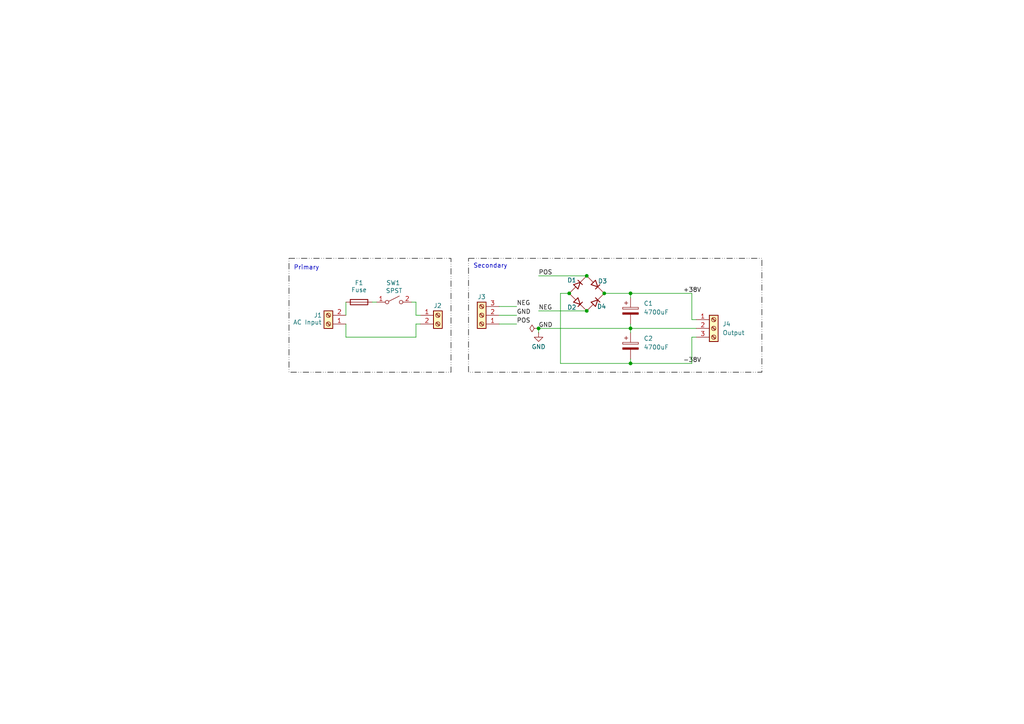
<source format=kicad_sch>
(kicad_sch (version 20250114) (generator "eeschema") (generator_version "9.0")
  (paper "A4")
  (lib_symbols
    (symbol "Connector:Screw_Terminal_01x02" (pin_names (offset 1.016) (hide yes))
      (property "Reference" "J" (at 0 2.54 0))
      (property "Value" "Screw_Terminal_01x02" (at 0 -5.08 0))
      (symbol "Screw_Terminal_01x02_1_1"
        (rectangle (start -1.27 1.27) (end 1.27 -3.81) (stroke (width 0.254)) (fill (type background)))
        (polyline (pts (xy -0.5334 0.3302) (xy 0.3302 -0.508)) (stroke (width 0.1524)))
        (polyline (pts (xy -0.5334 -2.2098) (xy 0.3302 -3.048)) (stroke (width 0.1524)))
        (polyline (pts (xy -0.3556 0.508) (xy 0.508 -0.3302)) (stroke (width 0.1524)))
        (polyline (pts (xy -0.3556 -2.032) (xy 0.508 -2.8702)) (stroke (width 0.1524)))
        (circle (center 0 0) (radius 0.635) (stroke (width 0.1524)))
        (circle (center 0 -2.54) (radius 0.635) (stroke (width 0.1524)))
        (pin passive line (at -5.08 0 0) (length 3.81) (name "Pin_1") (number "1"))
        (pin passive line (at -5.08 -2.54 0) (length 3.81) (name "Pin_2") (number "2"))
      )
    )
    (symbol "Connector:Screw_Terminal_01x03" (pin_names (offset 1.016) (hide yes))
      (property "Reference" "J" (at 0 5.08 0))
      (property "Value" "Screw_Terminal_01x03" (at 0 -5.08 0))
      (symbol "Screw_Terminal_01x03_1_1"
        (rectangle (start -1.27 3.81) (end 1.27 -3.81) (stroke (width 0.254)) (fill (type background)))
        (polyline (pts (xy -0.5334 2.8702) (xy 0.3302 2.032)) (stroke (width 0.1524)))
        (polyline (pts (xy -0.5334 0.3302) (xy 0.3302 -0.508)) (stroke (width 0.1524)))
        (polyline (pts (xy -0.5334 -2.2098) (xy 0.3302 -3.048)) (stroke (width 0.1524)))
        (polyline (pts (xy -0.3556 3.048) (xy 0.508 2.2098)) (stroke (width 0.1524)))
        (polyline (pts (xy -0.3556 0.508) (xy 0.508 -0.3302)) (stroke (width 0.1524)))
        (polyline (pts (xy -0.3556 -2.032) (xy 0.508 -2.8702)) (stroke (width 0.1524)))
        (circle (center 0 2.54) (radius 0.635) (stroke (width 0.1524)))
        (circle (center 0 0) (radius 0.635) (stroke (width 0.1524)))
        (circle (center 0 -2.54) (radius 0.635) (stroke (width 0.1524)))
        (pin passive line (at -5.08 2.54 0) (length 3.81) (name "Pin_1") (number "1"))
        (pin passive line (at -5.08 0 0) (length 3.81) (name "Pin_2") (number "2"))
        (pin passive line (at -5.08 -2.54 0) (length 3.81) (name "Pin_3") (number "3"))
      )
    )
    (symbol "Device:C_Polarized" (pin_numbers (hide yes)) (pin_names (offset 0.254))
      (property "Reference" "C" (at 0.635 2.54 0))
      (property "Value" "C_Polarized" (at 0.635 -2.54 0))
      (symbol "C_Polarized_0_1"
        (rectangle (start -2.286 0.508) (end 2.286 1.016))
        (polyline (pts (xy -1.778 2.286) (xy -0.762 2.286)))
        (polyline (pts (xy -1.27 2.794) (xy -1.27 1.778)))
        (rectangle (start 2.286 -0.508) (end -2.286 -1.016) (fill (type outline)))
      )
      (symbol "C_Polarized_1_1"
        (pin passive line (at 0 3.81 270) (length 2.794) (name "~") (number "1"))
        (pin passive line (at 0 -3.81 90) (length 2.794) (name "~") (number "2"))
      )
    )
    (symbol "Device:D_45deg" (pin_numbers (hide yes)) (pin_names (offset 0) (hide yes))
      (property "Reference" "D" (at 1.27 2.54 0))
      (property "Value" "D_45deg" (at 1.27 0 0))
      (symbol "D_45deg_0_1"
        (polyline (pts (xy -1.27 0) (xy 0 1.27) (xy 0.635 -0.635) (xy -1.27 0)) (stroke (width 0.254)))
        (polyline (pts (xy -0.635 0.635) (xy -2.54 2.54)))
        (polyline (pts (xy 0 -1.27) (xy 1.27 0)) (stroke (width 0.254)))
        (polyline (pts (xy 2.54 -2.54) (xy 0.635 -0.635)))
      )
      (symbol "D_45deg_1_1"
        (pin passive line (at -2.54 2.54 0) (length 0) (name "A") (number "2"))
        (pin passive line (at 2.54 -2.54 180) (length 0) (name "K") (number "1"))
      )
    )
    (symbol "Device:Fuse" (pin_numbers (hide yes)) (pin_names (offset 0))
      (property "Reference" "F" (at 2.032 0 90))
      (property "Value" "Fuse" (at -1.905 0 90))
      (symbol "Fuse_0_1"
        (rectangle (start -0.762 -2.54) (end 0.762 2.54) (stroke (width 0.254)))
        (polyline (pts (xy 0 2.54) (xy 0 -2.54)))
      )
      (symbol "Fuse_1_1"
        (pin passive line (at 0 3.81 270) (length 1.27) (name "~") (number "1"))
        (pin passive line (at 0 -3.81 90) (length 1.27) (name "~") (number "2"))
      )
    )
    (symbol "Switch:SW_SPST" (pin_names (offset 0) (hide yes))
      (property "Reference" "SW" (at 0 3.175 0))
      (property "Value" "SW_SPST" (at 0 -2.54 0))
      (symbol "SW_SPST_0_0"
        (circle (center -2.032 0) (radius 0.508))
        (polyline (pts (xy -1.524 0.254) (xy 1.524 1.778)))
        (circle (center 2.032 0) (radius 0.508))
      )
      (symbol "SW_SPST_1_1"
        (pin passive line (at -5.08 0 0) (length 2.54) (name "A") (number "1"))
        (pin passive line (at 5.08 0 180) (length 2.54) (name "B") (number "2"))
      )
    )
    (symbol "power:GND" (power) (pin_numbers (hide yes)) (pin_names (offset 0) (hide yes))
      (property "Value" "GND" (at 0 -3.81 0))
      (symbol "GND_0_1"
        (polyline (pts (xy 0 0) (xy 0 -1.27) (xy 1.27 -1.27) (xy 0 -2.54) (xy -1.27 -1.27) (xy 0 -1.27)))
      )
      (symbol "GND_1_1"
        (pin power_in line (at 0 0 270) (length 0) (name "~") (number "1"))
      )
    )
    (symbol "power:PWR_FLAG" (power) (pin_numbers (hide yes)) (pin_names (offset 0) (hide yes))
      (property "Value" "PWR_FLAG" (at 0 3.81 0))
      (symbol "PWR_FLAG_0_0"
        (pin power_out line (at 0 0 90) (length 0) (name "~") (number "1"))
      )
      (symbol "PWR_FLAG_0_1"
        (polyline (pts (xy 0 0) (xy 0 1.27) (xy -1.016 1.905) (xy 0 2.54) (xy 1.016 1.905) (xy 0 1.27)))
      )
    )
  )
  (rectangle (start 83.82 74.93) (end 130.81 107.95) (stroke (width 0) (type dash_dot_dot) (color 0 0 0 1)))
  (rectangle (start 135.89 74.93) (end 220.98 107.95) (stroke (width 0) (type dash_dot_dot) (color 0 0 0 1)))
  (text "Primary" (at 88.9 77.724 0) (effects (font (size 1.27 1.27))))
  (text "Secondary\n" (at 142.24 77.216 0) (effects (font (size 1.27 1.27))))
  (junction (at 170.18 90.17))
  (junction (at 175.26 85.09))
  (junction (at 156.21 95.25))
  (junction (at 165.1 85.09))
  (junction (at 170.18 80.01))
  (junction (at 182.88 105.41))
  (junction (at 182.88 95.25))
  (junction (at 182.88 85.09))
  (wire (pts (xy 100.33 87.63) (xy 100.33 91.44)))
  (wire (pts (xy 156.21 90.17) (xy 170.18 90.17)))
  (wire (pts (xy 200.66 92.71) (xy 200.66 85.09)))
  (wire (pts (xy 182.88 85.09) (xy 200.66 85.09)))
  (wire (pts (xy 156.21 95.25) (xy 182.88 95.25)))
  (wire (pts (xy 201.93 97.79) (xy 200.66 97.79)))
  (wire (pts (xy 182.88 104.14) (xy 182.88 105.41)))
  (wire (pts (xy 182.88 95.25) (xy 201.93 95.25)))
  (wire (pts (xy 100.33 93.98) (xy 100.33 97.79)))
  (wire (pts (xy 100.33 97.79) (xy 120.65 97.79)))
  (wire (pts (xy 144.78 93.98) (xy 149.86 93.98)))
  (wire (pts (xy 201.93 92.71) (xy 200.66 92.71)))
  (wire (pts (xy 162.56 85.09) (xy 165.1 85.09)))
  (wire (pts (xy 144.78 91.44) (xy 149.86 91.44)))
  (wire (pts (xy 182.88 85.09) (xy 175.26 85.09)))
  (wire (pts (xy 121.92 91.44) (xy 120.65 91.44)))
  (wire (pts (xy 119.38 87.63) (xy 120.65 87.63)))
  (wire (pts (xy 120.65 93.98) (xy 120.65 97.79)))
  (wire (pts (xy 162.56 105.41) (xy 162.56 85.09)))
  (wire (pts (xy 121.92 93.98) (xy 120.65 93.98)))
  (wire (pts (xy 182.88 93.98) (xy 182.88 95.25)))
  (wire (pts (xy 182.88 105.41) (xy 200.66 105.41)))
  (wire (pts (xy 156.21 80.01) (xy 170.18 80.01)))
  (wire (pts (xy 144.78 88.9) (xy 149.86 88.9)))
  (wire (pts (xy 182.88 86.36) (xy 182.88 85.09)))
  (wire (pts (xy 120.65 87.63) (xy 120.65 91.44)))
  (wire (pts (xy 156.21 95.25) (xy 156.21 96.52)))
  (wire (pts (xy 107.95 87.63) (xy 109.22 87.63)))
  (wire (pts (xy 182.88 95.25) (xy 182.88 96.52)))
  (wire (pts (xy 200.66 97.79) (xy 200.66 105.41)))
  (wire (pts (xy 182.88 105.41) (xy 162.56 105.41)))
  (label "GND" (at 149.86 91.44 0))
  (label "+38V" (at 198.12 85.09 0))
  (label "POS" (at 149.86 93.98 0))
  (label "NEG" (at 149.86 88.9 0))
  (label "POS" (at 156.21 80.01 0))
  (label "-38V" (at 198.12 105.41 0))
  (label "NEG" (at 156.21 90.17 0))
  (label "GND" (at 156.21 95.25 0))
  (symbol (lib_id "Device:D_45deg") (at 172.72 82.55 0) (unit 1)
    (property "Reference" "D3" (at 174.752 81.534 0))
    (property "Value" "6A10" (effects (hide yes)))
    (property "Footprint" "Diode_THT:D_DO-201AD_P15.24mm_Horizontal" (effects (hide yes)))
    (property "Description" "Diode, rotated by 45°" (effects (hide yes)))
    (property "Sim.Device" "D" (effects (hide yes)))
    (property "Sim.Pins" "1=K 2=A" (effects (hide yes)))
  )
  (symbol (lib_id "Device:D_45deg") (at 167.64 87.63 0) (unit 1)
    (property "Reference" "D2" (at 165.862 89.154 0))
    (property "Value" "6A10" (effects (hide yes)))
    (property "Footprint" "Diode_THT:D_DO-201AD_P15.24mm_Horizontal" (effects (hide yes)))
    (property "Description" "Diode, rotated by 45°" (effects (hide yes)))
    (property "Sim.Device" "D" (effects (hide yes)))
    (property "Sim.Pins" "1=K 2=A" (effects (hide yes)))
  )
  (symbol (lib_id "Connector:Screw_Terminal_01x02") (at 95.25 93.98 180) (unit 1)
    (property "Reference" "J1" (at 92.202 91.44 0))
    (property "Value" "AC Input" (at 89.154 93.472 0))
    (property "Footprint" "EndTerminal_THT:HB9500-2P_1x2_Screw_Terminal" (effects (hide yes)))
    (property "Description" "Generic screw terminal, single row, 01x02, script generated (kicad-library-utils/schlib/autogen/connector/)" (effects (hide yes)))
  )
  (symbol (lib_id "Device:D_45deg") (at 167.64 82.55 0) (mirror x) (unit 1)
    (property "Reference" "D1" (at 165.862 81.28 0))
    (property "Value" "6A10" (effects (hide yes)))
    (property "Footprint" "Diode_THT:D_DO-201AD_P15.24mm_Horizontal" (effects (hide yes)))
    (property "Description" "Diode, rotated by 45°" (effects (hide yes)))
    (property "Sim.Device" "D" (effects (hide yes)))
    (property "Sim.Pins" "1=K 2=A" (effects (hide yes)))
  )
  (symbol (lib_id "Connector:Screw_Terminal_01x03") (at 207.01 95.25 0) (unit 1)
    (property "Reference" "J4" (at 209.55 93.9799 0) (effects (justify left)))
    (property "Value" "Output" (at 209.55 96.5199 0) (effects (justify left)))
    (property "Footprint" "TerminalBlock_Phoenix:TerminalBlock_Phoenix_MKDS-1,5-3-5.08_1x03_P5.08mm_Horizontal" (effects (hide yes)))
    (property "Description" "Generic screw terminal, single row, 01x03, script generated (kicad-library-utils/schlib/autogen/connector/)" (effects (hide yes)))
  )
  (symbol (lib_id "Switch:SW_SPST") (at 114.3 87.63 0) (unit 1)
    (property "Reference" "SW1" (at 114.046 82.042 0))
    (property "Value" "SPST" (at 114.3 84.328 0))
    (property "Footprint" "TerminalBlock_Phoenix:TerminalBlock_Phoenix_MKDS-1,5-2-5.08_1x02_P5.08mm_Horizontal" (effects (hide yes)))
    (property "Description" "Single Pole Single Throw (SPST) switch" (effects (hide yes)))
  )
  (symbol (lib_id "Connector:Screw_Terminal_01x02") (at 127 91.44 0) (unit 1)
    (property "Reference" "J2" (at 125.73 88.646 0) (effects (justify left)))
    (property "Value" "T-Primary" (effects (hide yes)))
    (property "Footprint" "TerminalBlock_Phoenix:TerminalBlock_Phoenix_MKDS-1,5-2-5.08_1x02_P5.08mm_Horizontal" (effects (hide yes)))
    (property "Description" "Generic screw terminal, single row, 01x02, script generated (kicad-library-utils/schlib/autogen/connector/)" (effects (hide yes)))
  )
  (symbol (lib_id "Device:C_Polarized") (at 182.88 90.17 0) (unit 1)
    (property "Reference" "C1" (at 186.69 88.0109 0) (effects (justify left)))
    (property "Value" "4700uF" (at 186.69 90.5509 0) (effects (justify left)))
    (property "Footprint" "Capacitor_THT:CP_Radial_D22.0mm_P10.00mm_SnapIn" (effects (hide yes)))
    (property "Description" "Polarized capacitor" (effects (hide yes)))
  )
  (symbol (lib_id "Device:C_Polarized") (at 182.88 100.33 0) (unit 1)
    (property "Reference" "C2" (at 186.69 98.1709 0) (effects (justify left)))
    (property "Value" "4700uF" (at 186.69 100.7109 0) (effects (justify left)))
    (property "Footprint" "Capacitor_THT:CP_Radial_D22.0mm_P10.00mm_SnapIn" (effects (hide yes)))
    (property "Description" "Polarized capacitor" (effects (hide yes)))
  )
  (symbol (lib_id "Device:D_45deg") (at 172.72 87.63 0) (mirror x) (unit 1)
    (property "Reference" "D4" (at 174.498 88.9 0))
    (property "Value" "6A10" (effects (hide yes)))
    (property "Footprint" "Diode_THT:D_DO-201AD_P15.24mm_Horizontal" (effects (hide yes)))
    (property "Description" "Diode, rotated by 45°" (effects (hide yes)))
    (property "Sim.Device" "D" (effects (hide yes)))
    (property "Sim.Pins" "1=K 2=A" (effects (hide yes)))
  )
  (symbol (lib_id "Device:Fuse") (at 104.14 87.63 90) (unit 1)
    (property "Reference" "F1" (at 104.14 82.042 90))
    (property "Value" "Fuse" (at 104.14 84.074 90))
    (property "Footprint" "MyFuse_THT:BLX-A 5×20 Black Glass Fuse Holder with Cover" (effects (hide yes)))
    (property "Description" "Fuse" (effects (hide yes)))
  )
  (symbol (lib_id "Connector:Screw_Terminal_01x03") (at 139.7 91.44 180) (unit 1)
    (property "Reference" "J3" (at 139.7 86.106 0))
    (property "Value" "T-Secondary" (effects (hide yes)))
    (property "Footprint" "TerminalBlock_Phoenix:TerminalBlock_Phoenix_MKDS-1,5-3-5.08_1x03_P5.08mm_Horizontal" (effects (hide yes)))
    (property "Description" "Generic screw terminal, single row, 01x03, script generated (kicad-library-utils/schlib/autogen/connector/)" (effects (hide yes)))
  )
  (symbol (lib_id "power:GND") (at 156.21 96.52 0) (unit 1)
    (property "Reference" "#PWR01" (effects (hide yes)))
    (property "Value" "GND" (at 156.21 100.584 0))
    (property "Description" "Power symbol creates a global label with name \"GND\" , ground" (effects (hide yes)))
  )
  (symbol (lib_id "power:PWR_FLAG") (at 156.21 95.25 90) (unit 1)
    (property "Reference" "#FLG01" (effects (hide yes)))
    (property "Value" "PWR_FLAG" (effects (hide yes)))
    (property "Description" "Special symbol for telling ERC where power comes from" (effects (hide yes)))
  )
)
</source>
